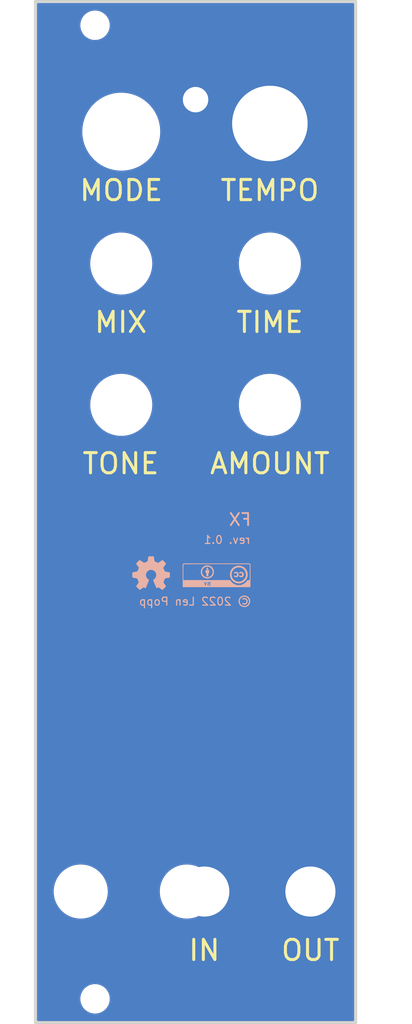
<source format=kicad_pcb>
(kicad_pcb (version 20211014) (generator pcbnew)
  (title_block (title "Eurorack Panel") (rev "0.1") (company "Len Popp") (comment 1 "Copyright © 2022 Len Popp CC BY") (comment 2 "4 HP, 8 HP or 10 HP") (comment 3 "Mounting holes match Delptronics panels"))
  (layers (0 "F.Cu" signal) (31 "B.Cu" signal) (34 "B.Paste" user) (35 "F.Paste" user) (36 "B.SilkS" user "B.Silkscreen") (37 "F.SilkS" user "F.Silkscreen") (38 "B.Mask" user) (39 "F.Mask" user) (44 "Edge.Cuts" user))
  (net 0 "")
  (footprint "-lmp-holes:MountingHole_Pot_SongHuei" (layer "F.Cu") (at 89.5 82.98)
    (fp_text reference "REF**" hide)
    (fp_text value "MountingHole_Pot_SongHuei")
    (pad "" np_thru_hole circle (at 0 0) (size 6.3 6.3) (drill 6.3) (layers F&B.Cu *.Mask))
  )
  (footprint "-lmp-holes:MountingHole_Pot_SongHuei" (layer "F.Cu") (at 89.5 100.76)
    (fp_text reference "REF**" hide)
    (fp_text value "MountingHole_Pot_SongHuei")
    (pad "" np_thru_hole circle (at 0 0) (size 6.3 6.3) (drill 6.3) (layers F&B.Cu *.Mask))
  )
  (footprint "-lmp-holes:MountingHole_Pot_SongHuei" (layer "F.Cu") (at 70.8 66.39)
    (fp_text reference "REF**" hide)
    (fp_text value "MountingHole_Pot_SongHuei")
    (pad "" np_thru_hole circle (at 0 0) (size 6.3 6.3) (drill 6.3) (layers F&B.Cu *.Mask))
  )
  (footprint "-lmp-holes:MountingHole_Jack_3.5mm_PJ398" (layer "F.Cu") (at 81.25 162)
    (fp_text reference "REF**" hide)
    (fp_text value "MountingHole_Jack_3.5mm_PJ398")
    (pad "" np_thru_hole circle locked (at 0 0) (size 6.3 6.3) (drill 6.3) (layers *.Cu *.Mask))
  )
  (footprint "-lmp-holes:MountingHole_Jack_3.5mm_PJ398" (layer "F.Cu") (at 94.6 162)
    (fp_text reference "REF**" hide)
    (fp_text value "MountingHole_Jack_3.5mm_PJ398")
    (pad "" np_thru_hole circle locked (at 0 0) (size 6.3 6.3) (drill 6.3) (layers *.Cu *.Mask))
  )
  (footprint "-lmp-holes:MountingHole_Panel_3.2mm_M3" (layer "F.Cu") (at 67.5 175.5)
    (fp_text reference "REF**" hide)
    (fp_text value "MountingHole_Panel_3.2mm_M3")
    (pad "" np_thru_hole circle locked (at 0 0) (size 3.2 3.2) (drill 3.2) (layers *.Cu *.Mask))
  )
  (footprint "-lmp-holes:MountingHole_PCB_3.2mm_M3" (layer "F.Cu") (at 80.15 62.36)
    (fp_text reference "REF**" hide)
    (fp_text value "MountingHole_PCB_3.2mm_M3")
    (pad "" np_thru_hole circle (at 0 0) (size 3.2 3.2) (drill 3.2) (layers *.Cu *.Mask))
  )
  (footprint "-lmp-holes:MountingHole_Pot_SongHuei" (layer "F.Cu") (at 70.8 82.98)
    (fp_text reference "REF**" hide)
    (fp_text value "MountingHole_Pot_SongHuei")
    (pad "" np_thru_hole circle (at 0 0) (size 6.3 6.3) (drill 6.3) (layers F&B.Cu *.Mask))
  )
  (footprint "-lmp-holes:MountingHole_SW_Push_C&K_D6R" (layer "F.Cu") (at 89.5 65.36)
    (fp_text reference "REF**" hide)
    (fp_text value "MountingHole_SW_Push_C&K_D6R")
    (pad "" np_thru_hole circle locked (at 0 0) (size 9.5 9.5) (drill 9.5) (layers F&B.Cu *.Mask))
  )
  (footprint "-lmp-holes:MountingHole_Pot_SongHuei" (layer "F.Cu") (at 70.8 100.76)
    (fp_text reference "REF**" hide)
    (fp_text value "MountingHole_Pot_SongHuei")
    (pad "" np_thru_hole circle (at 0 0) (size 6.3 6.3) (drill 6.3) (layers F&B.Cu *.Mask))
  )
  (footprint "-lmp-holes:MountingHole_Panel_3.2mm_M3" (layer "F.Cu") (at 67.5 53)
    (fp_text reference "REF**" hide)
    (fp_text value "MountingHole_Panel_3.2mm_M3")
    (pad "" np_thru_hole circle locked (at 0 0) (size 3.2 3.2) (drill 3.2) (layers *.Cu *.Mask))
  )
  (footprint "-lmp-misc:Logo_OSHW" (layer "B.Cu") (at 74.545 121.946 180)
    (fp_text reference "G3" hide)
    (fp_text value "Logo_OSHW" hide)
    (fp_poly (pts (xy 0.332309 2.043907) (xy 0.341381 1.998069) (xy 0.354628 1.929173) (xy 0.370495 1.845389) (xy 0.38743 1.75489) (xy 0.393386 1.722796) (xy 0.437401 1.485029) (xy 0.657063 1.393795) (xy 0.74497 1.357921) (xy 0.808749 1.333741) (xy 0.853195 1.319859) (xy 0.883107 1.31488) (xy 0.903282 1.317408) (xy 0.9098 1.320262) (xy 0.933551 1.334917) (xy 0.978298 1.364246) (xy 1.038939 1.404842) (xy 1.110374 1.453296) (xy 1.165969 1.491371) (xy 1.240949 1.542833) (xy 1.307718 1.588474) (xy 1.361493 1.625041) (xy 1.397494 1.649281) (xy 1.409956 1.657414) (xy 1.427811 1.652955) (xy 1.463227 1.627667) (xy 1.517172 1.58073) (xy 1.590613 1.511323) (xy 1.644039 1.458948) (xy 1.711608 1.391108) (xy 1.771268 1.329438) (xy 1.819306 1.277919) (xy 1.852008 1.240535) (xy 1.865664 1.221267) (xy 1.865677 1.221226) (xy 1.859691 1.197676) (xy 1.835212 1.150604) (xy 1.793183 1.081596) (xy 1.734543 0.992239) (xy 1.697471 0.937781) (xy 1.520815 0.68096) (xy 1.619383 0.452127) (xy 1.659348 0.362713) (xy 1.694168 0.291444) (xy 1.72197 0.241872) (xy 1.740879 0.217552) (xy 1.744007 0.215831) (xy 1.767564 0.210654) (xy 1.816769 0.200917) (xy 1.886021 0.187693) (xy 1.969721 0.172052) (xy 2.047875 0.157689) (xy 2.138232 0.140363) (xy 2.217638 0.123538) (xy 2.280838 0.108457) (xy 2.322577 0.096363) (xy 2.33735 0.089224) (xy 2.341052 0.068346) (xy 2.344296 0.021045) (xy 2.34688 -0.047351) (xy 2.348601 -0.131515) (xy 2.349256 -0.224274) (xy 2.34874 -0.336892) (xy 2.346841 -0.421041) (xy 2.343351 -0.479979) (xy 2.33806 -0.516966) (xy 2.330759 -0.535262) (xy 2.329202 -0.536832) (xy 2.307564 -0.54503) (xy 2.260103 -0.557343) (xy 2.192292 -0.572534) (xy 2.109605 -0.589367) (xy 2.031546 -0.604073) (xy 1.940736 -0.621377) (xy 1.860376 -0.638211) (xy 1.795872 -0.653319) (xy 1.752632 -0.665446) (xy 1.736595 -0.672515) (xy 1.722252 -0.695942) (xy 1.700812 -0.741547) (xy 1.674629 -0.803127) (xy 1.646056 -0.87448) (xy 1.617445 -0.949405) (xy 1.591149 -1.021699) (xy 1.569521 -1.085159) (xy 1.554912 -1.133585) (xy 1.549677 -1.160773) (xy 1.550241 -1.163788) (xy 1.562554 -1.182573) (xy 1.589739 -1.222789) (xy 1.628605 -1.279753) (xy 1.675959 -1.348785) (xy 1.717281 -1.408788) (xy 1.768237 -1.483332) (xy 1.812217 -1.548959) (xy 1.846284 -1.601179) (xy 1.867501 -1.635506) (xy 1.873249 -1.647126) (xy 1.862515 -1.661602) (xy 1.832595 -1.694758) (xy 1.786914 -1.742986) (xy 1.728898 -1.802678) (xy 1.661972 -1.870225) (xy 1.652489 -1.879701) (xy 1.570583 -1.960422) (xy 1.507752 -2.019804) (xy 1.461587 -2.059887) (xy 1.429677 -2.082708) (xy 1.409614 -2.090306) (xy 1.404428 -2.089563) (xy 1.382638 -2.077373) (xy 1.339761 -2.050325) (xy 1.280786 -2.011678) (xy 1.210703 -1.964685) (xy 1.15767 -1.928544) (xy 1.084231 -1.878624) (xy 1.019809 -1.835701) (xy 0.968968 -1.802746) (xy 0.936274 -1.782731) (xy 0.926456 -1.778) (xy 0.907758 -1.784814) (xy 0.868466 -1.802925) (xy 0.816075 -1.82883) (xy 0.799669 -1.837215) (xy 0.745513 -1.863547) (xy 0.702661 -1.881495) (xy 0.678317 -1.888138) (xy 0.675671 -1.887463) (xy 0.666195 -1.869527) (xy 0.646683 -1.826283) (xy 0.61885 -1.761921) (xy 0.584411 -1.680627) (xy 0.545081 -1.586591) (xy 0.502576 -1.484001) (xy 0.458609 -1.377043) (xy 0.414897 -1.269908) (xy 0.373154 -1.166782) (xy 0.335095 -1.071855) (xy 0.302436 -0.989313) (xy 0.276891 -0.923346) (xy 0.260175 -0.878141) (xy 0.254004 -0.857887) (xy 0.254 -0.857727) (xy 0.267057 -0.831175) (xy 0.291181 -0.813655) (xy 0.320082 -0.795098) (xy 0.363545 -0.760996) (xy 0.413339 -0.717903) (xy 0.425838 -0.706469) (xy 0.521321 -0.598253) (xy 0.589436 -0.478327) (xy 0.630082 -0.350658) (xy 0.64316 -0.219214) (xy 0.628567 -0.087962) (xy 0.586205 0.039131) (xy 0.515973 0.158097) (xy 0.449685 0.234902) (xy 0.34119 0.322392) (xy 0.220313 0.382989) (xy 0.091552 0.416695) (xy -0.040598 0.423509) (xy -0.171639 0.403432) (xy -0.297073 0.356462) (xy -0.412405 0.282601) (xy -0.465561 0.234902) (xy -0.555494 0.124047) (xy -0.617486 0.002268) (xy -0.651637 -0.126466) (xy -0.658048 -0.258188) (xy -0.636819 -0.38893) (xy -0.588051 -0.514725) (xy -0.511844 -0.631606) (xy -0.441714 -0.706469) (xy -0.391624 -0.750788) (xy -0.345801 -0.787757) (xy -0.31248 -0.810824) (xy -0.307057 -0.813655) (xy -0.278822 -0.836047) (xy -0.269875 -0.857727) (xy -0.275742 -0.877259) (xy -0.292199 -0.921853) (xy -0.317531 -0.987321) (xy -0.350023 -1.069475) (xy -0.38796 -1.164127) (xy -0.429627 -1.267088) (xy -0.473309 -1.374171) (xy -0.517291 -1.481187) (xy -0.559858 -1.583949) (xy -0.599294 -1.678267) (xy -0.633886 -1.759955) (xy -0.661917 -1.824823) (xy -0.681673 -1.868683) (xy -0.691439 -1.887349) (xy -0.691547 -1.887463) (xy -0.708781 -1.884865) (xy -0.74673 -1.87007) (xy -0.79819 -1.845995) (xy -0.815545 -1.837215) (xy -0.87027 -1.809724) (xy -0.914006 -1.789018) (xy -0.939274 -1.778598) (xy -0.942068 -1.778) (xy -0.958281 -1.786545) (xy -0.99619 -1.81026) (xy -1.051371 -1.846265) (xy -1.119398 -1.891677) (xy -1.185816 -1.93675) (xy -1.261905 -1.988112) (xy -1.329536 -2.03255) (xy -1.38415 -2.067164) (xy -1.42119 -2.089057) (xy -1.43553 -2.0955) (xy -1.45167 -2.084739) (xy -1.486309 -2.054764) (xy -1.535721 -2.00903) (xy -1.59618 -1.950995) (xy -1.663958 -1.884116) (xy -1.671057 -1.877013) (xy -1.738416 -1.808944) (xy -1.797325 -1.748305) (xy -1.844348 -1.698724) (xy -1.87605 -1.66383) (xy -1.888994 -1.647251) (xy -1.889125 -1.646708) (xy -1.880529 -1.630386) (xy -1.856698 -1.592506) (xy -1.820567 -1.537547) (xy -1.775072 -1.469987) (xy -1.733157 -1.408788) (xy -1.681353 -1.333531) (xy -1.635515 -1.266643) (xy -1.598836 -1.212805) (xy -1.574507 -1.176699) (xy -1.566117 -1.163788) (xy -1.568212 -1.143868) (xy -1.580361 -1.100924) (xy -1.600208 -1.04116) (xy -1.625402 -0.970779) (xy -1.653588 -0.895982) (xy -1.682414 -0.822973) (xy -1.709526 -0.757956) (xy -1.732571 -0.707131) (xy -1.749196 -0.676703) (xy -1.752471 -0.672589) (xy -1.773188 -0.664012) (xy -1.819798 -0.651325) (xy -1.886901 -0.635788) (xy -1.969098 -0.618661) (xy -2.047875 -0.603599) (xy -2.138935 -0.586192) (xy -2.219747 -0.56945) (xy -2.28486 -0.554608) (xy -2.328819 -0.542897) (xy -2.345532 -0.536285) (xy -2.353122 -0.52039) (xy -2.35869 -0.484937) (xy -2.362422 -0.426925) (xy -2.364508 -0.343353) (xy -2.365136 -0.23122) (xy -2.365132 -0.224274) (xy -2.364454 -0.129816) (xy -2.362715 -0.045899) (xy -2.360116 0.022149) (xy -2.356862 0.069001) (xy -2.353226 0.089224) (xy -2.334501 0.097698) (xy -2.28973 0.110242) (xy -2.224168 0.125615) (xy -2.143071 0.142573) (xy -2.06375 0.157689) (xy -1.972185 0.174539) (xy -1.890317 0.189882) (xy -1.823748 0.202646) (xy -1.778075 0.211759) (xy -1.759883 0.215831) (xy -1.743498 0.23326) (xy -1.717751 0.276831) (xy -1.684515 0.342991) (xy -1.645665 0.428188) (xy -1.635259 0.452127) (xy -1.536691 0.68096) (xy -1.713347 0.937781) (xy -1.780321 1.037176) (xy -1.831178 1.117053) (xy -1.864977 1.175825) (xy -1.880778 1.211907) (xy -1.881553 1.221226) (xy -1.867997 1.240398) (xy -1.835375 1.277706) (xy -1.787401 1.329167) (xy -1.727787 1.390799) (xy -1.660247 1.458619) (xy -1.659915 1.458948) (xy -1.573506 1.542945) (xy -1.507347 1.603693) (xy -1.460731 1.641791) (xy -1.432952 1.657841) (xy -1.425832 1.657743) (xy -1.406307 1.644973) (xy -1.365455 1.617396) (xy -1.30806 1.57827) (xy -1.238906 1.530853) (xy -1.182688 1.492145) (xy -1.106717 1.440046) (xy -1.037755 1.393314) (xy -0.980931 1.355382) (xy -0.941376 1.329681) (xy -0.92652 1.320706) (xy -0.909039 1.315224) (xy -0.884577 1.316423) (xy -0.848256 1.32571) (xy -0.7952 1.344489) (xy -0.720531 1.374168) (xy -0.672939 1.393795) (xy -0.453277 1.485029) (xy -0.409262 1.722796) (xy -0.392321 1.813715) (xy -0.375898 1.900809) (xy -0.361547 1.975906) (xy -0.35082 2.030837) (xy -0.348185 2.043907) (xy -0.331124 2.12725) (xy 0.315248 2.12725) (xy 0.332309 2.043907)) (layer "B.SilkS") (width 0.01) (fill solid))
  )
  (footprint "-lmp-misc:Logo_CC_BY" (layer "B.Cu") (at 82.8 122.2 180)
    (fp_text reference "G1" hide)
    (fp_text value "Logo_CC_BY" hide)
    (fp_poly (pts (xy 1.265371 0.674893) (xy 1.332164 0.667029) (xy 1.368521 0.652922) (xy 1.374168 0.64759) (xy 1.387404 0.607674) (xy 1.393405 0.532293) (xy 1.392634 0.451798) (xy 1.388574 0.368274) (xy 1.382243 0.318048) (xy 1.370829 0.292085) (xy 1.351516 0.281354) (xy 1.338791 0.278986) (xy 1.316623 0.273497) (xy 1.302673 0.259195) (xy 1.295045 0.227858) (xy 1.291842 0.171267) (xy 1.291168 0.081201) (xy 1.291166 0.072611) (xy 1.291166 -0.127) (xy 1.037166 -0.127) (xy 1.037166 0.072611) (xy 1.036608 0.165606) (xy 1.033668 0.224491) (xy 1.02645 0.257486) (xy 1.013056 0.272812) (xy 0.991591 0.278688) (xy 0.989541 0.278986) (xy 0.964679 0.286104) (xy 0.949697 0.304969) (xy 0.941426 0.345002) (xy 0.936694 0.415619) (xy 0.935704 0.438879) (xy 0.933742 0.541942) (xy 0.942403 0.610052) (xy 0.96854 0.650424) (xy 1.01901 0.670269) (xy 1.100668 0.676801) (xy 1.162319 0.677333) (xy 1.265371 0.674893)) (layer "B.SilkS") (width 0.01) (fill solid))
    (fp_poly (pts (xy 1.198591 0.946718) (xy 1.24453 0.917911) (xy 1.27384 0.871061) (xy 1.277828 0.813909) (xy 1.259491 0.769726) (xy 1.210366 0.728824) (xy 1.146002 0.723246) (xy 1.095375 0.742529) (xy 1.066734 0.780694) (xy 1.059449 0.837345) (xy 1.073909 0.894193) (xy 1.091595 0.919238) (xy 1.144715 0.94974) (xy 1.198591 0.946718)) (layer "B.SilkS") (width 0.01) (fill solid))
    (fp_poly (pts (xy -3.02103 0.424598) (xy -2.91672 0.387702) (xy -2.880305 0.364287) (xy -2.831233 0.316441) (xy -2.82357 0.27634) (xy -2.857298 0.243) (xy -2.878228 0.233015) (xy -2.927801 0.217368) (xy -2.96114 0.224786) (xy -2.981416 0.240625) (xy -3.034554 0.267504) (xy -3.099006 0.273562) (xy -3.155714 0.258594) (xy -3.175583 0.242714) (xy -3.193774 0.202761) (xy -3.208244 0.139832) (xy -3.212007 0.110423) (xy -3.207041 0.017637) (xy -3.176589 -0.051636) (xy -3.126708 -0.092927) (xy -3.063452 -0.101769) (xy -2.992878 -0.073694) (xy -2.977533 -0.062563) (xy -2.937359 -0.035025) (xy -2.905035 -0.032112) (xy -2.858844 -0.052225) (xy -2.856122 -0.053629) (xy -2.789721 -0.087967) (xy -2.839486 -0.141245) (xy -2.933756 -0.213414) (xy -3.043435 -0.250287) (xy -3.158803 -0.250035) (xy -3.254244 -0.219188) (xy -3.333304 -0.158345) (xy -3.387757 -0.072069) (xy -3.416357 0.029772) (xy -3.417861 0.13731) (xy -3.391023 0.240675) (xy -3.334599 0.329998) (xy -3.324795 0.340295) (xy -3.236756 0.400263) (xy -3.131605 0.428574) (xy -3.02103 0.424598)) (layer "B.SilkS") (width 0.01) (fill solid))
    (fp_poly (pts (xy 1.008624 -0.933911) (xy 1.031746 -0.945922) (xy 1.03403 -0.973783) (xy 1.033347 -0.978959) (xy 1.019822 -1.01226) (xy 0.983682 -1.028491) (xy 0.947208 -1.033153) (xy 0.895209 -1.034637) (xy 0.872834 -1.022459) (xy 0.867847 -0.98928) (xy 0.867833 -0.985528) (xy 0.872155 -0.95086) (xy 0.893029 -0.935299) (xy 0.942319 -0.931379) (xy 0.953972 -0.931334) (xy 1.008624 -0.933911)) (layer "B.SilkS") (width 0.01) (fill solid))
    (fp_poly (pts (xy -2.39168 0.425061) (xy -2.365422 0.419864) (xy -2.306453 0.398275) (xy -2.24476 0.363217) (xy -2.192613 0.323291) (xy -2.162283 0.287101) (xy -2.159 0.275127) (xy -2.176157 0.258362) (xy -2.218635 0.2336) (xy -2.231009 0.227502) (xy -2.279889 0.206692) (xy -2.308737 0.20668) (xy -2.334969 0.228531) (xy -2.340123 0.234165) (xy -2.393198 0.266129) (xy -2.45973 0.274255) (xy -2.512218 0.258537) (xy -2.546037 0.216053) (xy -2.568158 0.147925) (xy -2.574311 0.070185) (xy -2.570997 0.037874) (xy -2.542321 -0.039667) (xy -2.492697 -0.087999) (xy -2.430625 -0.10356) (xy -2.364608 -0.082791) (xy -2.335818 -0.060589) (xy -2.297118 -0.030981) (xy -2.260723 -0.028782) (xy -2.223329 -0.04199) (xy -2.176133 -0.065406) (xy -2.163143 -0.089267) (xy -2.183198 -0.124379) (xy -2.211106 -0.155875) (xy -2.296435 -0.218831) (xy -2.399927 -0.251253) (xy -2.508693 -0.251377) (xy -2.609839 -0.217439) (xy -2.619569 -0.211781) (xy -2.700833 -0.14597) (xy -2.749326 -0.06404) (xy -2.768556 0.041501) (xy -2.76827 0.105949) (xy -2.745638 0.232547) (xy -2.693649 0.330106) (xy -2.615317 0.396277) (xy -2.513656 0.428712) (xy -2.39168 0.425061)) (layer "B.SilkS") (width 0.01) (fill solid))
    (fp_poly (pts (xy 1.007728 -1.10891) (xy 1.049387 -1.134554) (xy 1.058333 -1.165687) (xy 1.039922 -1.20516) (xy 0.995527 -1.235496) (xy 0.941409 -1.250332) (xy 0.893826 -1.243305) (xy 0.881944 -1.234722) (xy 0.871604 -1.205116) (xy 0.867833 -1.160639) (xy 0.873749 -1.117666) (xy 0.900438 -1.102183) (xy 0.929602 -1.100667) (xy 1.007728 -1.10891)) (layer "B.SilkS") (width 0.01) (fill solid))
    (fp_poly (pts (xy -2.563057 1.182731) (xy -2.361828 1.123237) (xy -2.176836 1.028043) (xy -2.012387 0.898954) (xy -1.872787 0.737776) (xy -1.851627 0.706999) (xy -1.760969 0.533924) (xy -1.702324 0.341508) (xy -1.676332 0.138827) (xy -1.683633 -0.065038) (xy -1.724866 -0.261008) (xy -1.774419 -0.38896) (xy -1.88282 -0.569588) (xy -2.02332 -0.726553) (xy -2.190308 -0.855437) (xy -2.378175 -0.951818) (xy -2.558393 -1.006682) (xy -2.661676 -1.025313) (xy -2.752778 -1.032549) (xy -2.849774 -1.028779) (xy -2.963334 -1.015429) (xy -3.161479 -0.968309) (xy -3.342295 -0.883698) (xy -3.50892 -0.760016) (xy -3.553297 -0.718328) (xy -3.700506 -0.54945) (xy -3.806929 -0.371404) (xy -3.873687 -0.181037) (xy -3.901084 0.018874) (xy -3.687783 0.018874) (xy -3.657491 -0.157882) (xy -3.6048 -0.296334) (xy -3.539895 -0.400636) (xy -3.448266 -0.509609) (xy -3.342045 -0.611122) (xy -3.233365 -0.693046) (xy -3.174437 -0.726586) (xy -3.01123 -0.784497) (xy -2.833345 -0.810389) (xy -2.655039 -0.803099) (xy -2.54 -0.778349) (xy -2.383548 -0.714064) (xy -2.23681 -0.620867) (xy -2.110085 -0.506773) (xy -2.013669 -0.379796) (xy -2.002272 -0.359795) (xy -1.926639 -0.181924) (xy -1.889736 -0.003553) (xy -1.888625 0.171489) (xy -1.920364 0.339374) (xy -1.982014 0.496271) (xy -2.070635 0.638352) (xy -2.183288 0.761788) (xy -2.317032 0.862749) (xy -2.468928 0.937407) (xy -2.636035 0.981932) (xy -2.815414 0.992496) (xy -3.004125 0.965269) (xy -3.017095 0.961982) (xy -3.18983 0.896576) (xy -3.341128 0.799061) (xy -3.468467 0.674837) (xy -3.569325 0.529307) (xy -3.641178 0.367869) (xy -3.681505 0.195924) (xy -3.687783 0.018874) (xy -3.901084 0.018874) (xy -3.901897 0.024804) (xy -3.89365 0.240822) (xy -3.851504 0.433215) (xy -3.772288 0.615301) (xy -3.660959 0.781846) (xy -3.522476 0.927617) (xy -3.361796 1.047378) (xy -3.183877 1.135898) (xy -2.996996 1.187388) (xy -2.776215 1.204716) (xy -2.563057 1.182731)) (layer "B.SilkS") (width 0.01) (fill solid))
    (fp_poly (pts (xy 4.22386 1.429564) (xy 4.275963 1.377461) (xy 4.270523 -0.057395) (xy 4.265083 -1.49225) (xy 0.019454 -1.497593) (xy -0.401443 -1.498054) (xy -0.811056 -1.498365) (xy -1.207377 -1.498531) (xy -1.588395 -1.498556) (xy -1.952102 -1.498445) (xy -2.296486 -1.498202) (xy -2.619538 -1.49783) (xy -2.919248 -1.497335) (xy -3.193607 -1.496719) (xy -3.440605 -1.495988) (xy -3.658231 -1.495145) (xy -3.844477 -1.494195) (xy -3.997332 -1.493142) (xy -4.114786 -1.491989) (xy -4.19483 -1.490742) (xy -4.235454 -1.489404) (xy -4.240338 -1.488774) (xy -4.242738 -1.465738) (xy -4.24501 -1.403866) (xy -4.24712 -1.306657) (xy -4.249033 -1.17761) (xy -4.250715 -1.020222) (xy -4.252132 -0.837992) (xy -4.253248 -0.634417) (xy -4.25403 -0.412996) (xy -4.254443 -0.177227) (xy -4.2545 -0.048427) (xy -4.2545 0.366183) (xy -4.169834 0.366183) (xy -4.169834 -0.613834) (xy -4.026959 -0.614379) (xy -3.884084 -0.614925) (xy -3.812144 -0.720966) (xy -3.692651 -0.864995) (xy -3.542152 -0.996181) (xy -3.371665 -1.106777) (xy -3.192209 -1.189035) (xy -3.108881 -1.21544) (xy -2.997957 -1.235421) (xy -2.862492 -1.245246) (xy -2.719048 -1.244881) (xy -2.584188 -1.234297) (xy -2.486239 -1.216626) (xy -2.272603 -1.14063) (xy -2.076159 -1.027636) (xy -1.902364 -0.881322) (xy -1.872569 -0.846667) (xy 0.783166 -0.846667) (xy 0.783166 -1.312334) (xy 0.917895 -1.312334) (xy 1.004895 -1.308401) (xy 1.064225 -1.294438) (xy 1.108395 -1.268464) (xy 1.153631 -1.212561) (xy 1.16015 -1.151895) (xy 1.127249 -1.095152) (xy 1.122761 -1.090924) (xy 1.095408 -1.06005) (xy 1.100119 -1.036022) (xy 1.112178 -1.022631) (xy 1.140542 -0.973664) (xy 1.127789 -0.922153) (xy 1.100666 -0.889) (xy 1.066252 -0.864363) (xy 1.017466 -0.851272) (xy 0.941826 -0.846789) (xy 0.92075 -0.846667) (xy 1.185789 -0.846667) (xy 1.270228 -0.984623) (xy 1.319 -1.071602) (xy 1.345387 -1.140404) (xy 1.354475 -1.205058) (xy 1.354666 -1.217456) (xy 1.35688 -1.276088) (xy 1.367744 -1.303811) (xy 1.393598 -1.311987) (xy 1.407583 -1.312334) (xy 1.440934 -1.308067) (xy 1.456279 -1.287521) (xy 1.460461 -1.23908) (xy 1.460563 -1.222375) (xy 1.468744 -1.154833) (xy 1.496329 -1.080912) (xy 1.543713 -0.994834) (xy 1.585033 -0.925149) (xy 1.606079 -0.883515) (xy 1.608913 -0.86202) (xy 1.595597 -0.852753) (xy 1.581496 -0.849898) (xy 1.555171 -0.849042) (xy 1.530909 -0.860656) (xy 1.501095 -0.89146) (xy 1.45812 -0.948175) (xy 1.437195 -0.977303) (xy 1.403307 -1.024763) (xy 1.352528 -0.935878) (xy 1.314063 -0.878532) (xy 1.2778 -0.852038) (xy 1.243769 -0.84683) (xy 1.185789 -0.846667) (xy 0.92075 -0.846667) (xy 0.783166 -0.846667) (xy -1.872569 -0.846667) (xy -1.783802 -0.743422) (xy -1.68774 -0.613834) (xy 4.191 -0.613834) (xy 4.191 0.366183) (xy 4.190708 0.611968) (xy 4.18979 0.818065) (xy 4.188178 0.987114) (xy 4.185805 1.121755) (xy 4.182605 1.224631) (xy 4.178511 1.298382) (xy 4.173457 1.345649) (xy 4.167375 1.369072) (xy 4.165599 1.3716) (xy 4.141594 1.374757) (xy 4.07774 1.377723) (xy 3.97652 1.380499) (xy 3.840418 1.383084) (xy 3.671917 1.385478) (xy 3.473502 1.387681) (xy 3.247656 1.389693) (xy 2.996862 1.391514) (xy 2.723604 1.393145) (xy 2.430367 1.394585) (xy 2.119632 1.395834) (xy 1.793885 1.396892) (xy 1.455608 1.397759) (xy 1.107285 1.398435) (xy 0.751401 1.398921) (xy 0.390438 1.399216) (xy 0.02688 1.39932) (xy -0.336789 1.399233) (xy -0.698086 1.398955) (xy -1.054526 1.398487) (xy -1.403627 1.397827) (xy -1.742905 1.396977) (xy -2.069875 1.395936) (xy -2.382055 1.394704) (xy -2.676961 1.393282) (xy -2.952109 1.391668) (xy -3.205015 1.389864) (xy -3.433196 1.387869) (xy -3.634169 1.385683) (xy -3.805449 1.383306) (xy -3.944553 1.380738) (xy -4.048998 1.37798) (xy -4.116299 1.37503) (xy -4.143973 1.37189) (xy -4.144434 1.3716) (xy -4.150797 1.353998) (xy -4.156114 1.313246) (xy -4.160454 1.246703) (xy -4.163882 1.151728) (xy -4.166465 1.025681) (xy -4.168271 0.865919) (xy -4.169365 0.669804) (xy -4.169814 0.434693) (xy -4.169834 0.366183) (xy -4.2545 0.366183) (xy -4.2545 1.377757) (xy -4.202546 1.429712) (xy -4.150591 1.481666) (xy 4.171757 1.481666) (xy 4.22386 1.429564)) (layer "B.SilkS") (width 0.01) (fill solid))
    (fp_poly (pts (xy 1.377307 1.219627) (xy 1.537281 1.160105) (xy 1.682469 1.068615) (xy 1.807111 0.946685) (xy 1.905443 0.795844) (xy 1.909413 0.787882) (xy 1.940321 0.722465) (xy 1.960425 0.668687) (xy 1.972035 0.614111) (xy 1.977464 0.5463) (xy 1.979023 0.452817) (xy 1.979083 0.413084) (xy 1.977975 0.304751) (xy 1.973402 0.226714) (xy 1.963487 0.166965) (xy 1.946354 0.113498) (xy 1.924445 0.06345) (xy 1.831411 -0.086953) (xy 1.708237 -0.212584) (xy 1.561218 -0.310224) (xy 1.396648 -0.376655) (xy 1.220825 -0.408659) (xy 1.040042 -0.403016) (xy 1.018548 -0.399695) (xy 0.861591 -0.353137) (xy 0.711567 -0.270809) (xy 0.576827 -0.159249) (xy 0.465722 -0.024998) (xy 0.405977 0.080051) (xy 0.378882 0.143162) (xy 0.361991 0.200848) (xy 0.352996 0.266663) (xy 0.349584 0.354157) (xy 0.349386 0.38893) (xy 0.500593 0.38893) (xy 0.510606 0.302508) (xy 0.536592 0.193771) (xy 0.574165 0.106276) (xy 0.63213 0.022779) (xy 0.683322 -0.035796) (xy 0.81069 -0.145244) (xy 0.953839 -0.216764) (xy 1.108269 -0.249085) (xy 1.269476 -0.24094) (xy 1.34649 -0.222717) (xy 1.49922 -0.157615) (xy 1.625396 -0.064388) (xy 1.723417 0.051265) (xy 1.791679 0.183645) (xy 1.828583 0.327053) (xy 1.832525 0.475789) (xy 1.801903 0.624155) (xy 1.735117 0.766451) (xy 1.654299 0.872386) (xy 1.547984 0.968323) (xy 1.43207 1.031456) (xy 1.296278 1.066311) (xy 1.191868 1.075973) (xy 1.097105 1.078188) (xy 1.028028 1.072995) (xy 0.96827 1.05784) (xy 0.902986 1.030864) (xy 0.760552 0.944352) (xy 0.645883 0.830942) (xy 0.562193 0.696593) (xy 0.512692 0.547269) (xy 0.500593 0.38893) (xy 0.349386 0.38893) (xy 0.34925 0.41275) (xy 0.350641 0.516588) (xy 0.356385 0.591778) (xy 0.368837 0.651959) (xy 0.39035 0.710769) (xy 0.407119 0.747943) (xy 0.489615 0.895944) (xy 0.586193 1.012456) (xy 0.704778 1.107466) (xy 0.866283 1.1911) (xy 1.036047 1.236653) (xy 1.208308 1.245652) (xy 1.377307 1.219627)) (layer "B.SilkS") (width 0.01) (fill solid))
  )
  (gr_line (start 60 178.5) (end 60 50) (layer "Edge.Cuts") (width 0.3556))
  (gr_line (start 100.3 50) (end 100.3 178.5) (layer "Edge.Cuts") (width 0.3556))
  (gr_line (start 60 50) (end 100.3 50) (layer "Edge.Cuts") (width 0.3556))
  (gr_line (start 100.3 178.5) (end 60 178.5) (layer "Edge.Cuts") (width 0.3556))
  (gr_text "rev. ${REVISION}" (at 87.145 117.746) (layer "B.SilkS") (effects (font (size 1 1)) (justify left mirror)))
  (gr_text "FX" (at 87.272 115.206) (layer "B.SilkS") (effects (font (size 1.524 1.524) (thickness 0.2286)) (justify left mirror)))
  (gr_text "© 2022 Len Popp" (at 87.245 125.502) (layer "B.SilkS") (effects (font (size 1 1)) (justify left mirror)))
  (gr_text "TONE" (at 70.739 108.157) (layer "F.SilkS") (effects (font (size 2.54 2.54) (thickness 0.381))))
  (gr_text "TEMPO" (at 89.5 73.787) (layer "F.SilkS") (effects (font (size 2.54 2.54) (thickness 0.381))))
  (gr_text "IN" (at 81.25 169.397) (layer "F.SilkS") (effects (font (size 2.54 2.54) (thickness 0.381))))
  (gr_text "AMOUNT" (at 89.5 108.157) (layer "F.SilkS") (effects (font (size 2.54 2.54) (thickness 0.381))))
  (gr_text "TIME" (at 89.5 90.377) (layer "F.SilkS") (effects (font (size 2.54 2.54) (thickness 0.381))))
  (gr_text "MIX" (at 70.739 90.377) (layer "F.SilkS") (effects (font (size 2.54 2.54) (thickness 0.381))))
  (gr_text "MODE" (at 70.8 73.787) (layer "F.SilkS") (effects (font (size 2.54 2.54) (thickness 0.381))))
  (gr_text "OUT" (at 94.6 169.397) (layer "F.SilkS") (effects (font (size 2.54 2.54) (thickness 0.381))))
  (zone (net 0) (net_name "") (layers F&B.Cu) (connect_pads (clearance 0.2032)) (min_thickness 0.2032) (fill yes (thermal_gap 0.508) (thermal_bridge_width 0.508))
    (polygon (pts (xy 100.4 178.6) (xy 59.9 178.6) (xy 59.9 49.9) (xy 100.4 49.9)))
  )
)
</source>
